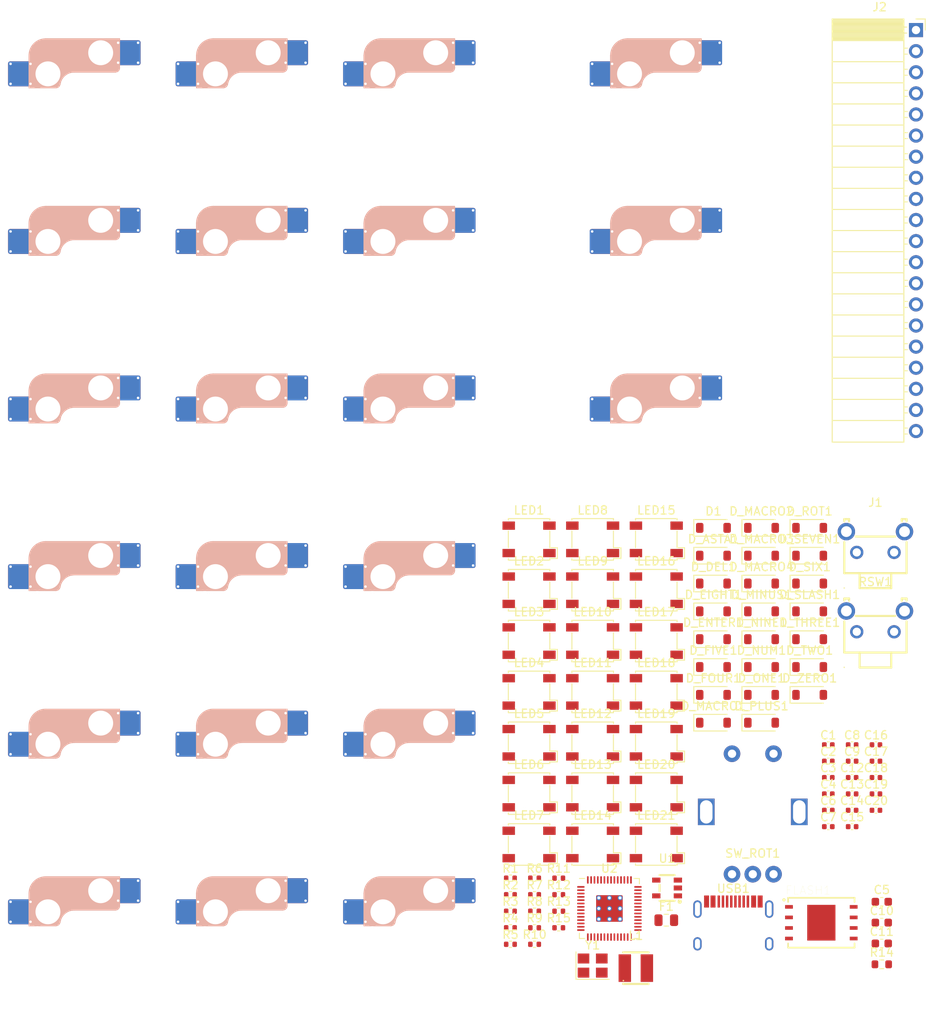
<source format=kicad_pcb>
(kicad_pcb (version 20221018) (generator pcbnew)
  (title_block (title "Picoletta") (date "2024-02-06") (rev "rev0 proto") (company "zeriyoshi"))
  (layers (0 "F.Cu" signal) (31 "B.Cu" signal) (34 "B.Paste" user) (35 "F.Paste" user) (36 "B.SilkS" user "B.Silkscreen") (37 "F.SilkS" user "F.Silkscreen") (38 "B.Mask" user) (39 "F.Mask" user) (44 "Edge.Cuts" user))
  (net 0 "")
  (net 1 "GND")
  (net 2 "Net-(USB1-SHIELD)")
  (net 3 "XIN")
  (net 4 "Net-(C3-Pad2)")
  (net 5 "+3V3")
  (net 6 "Net-(U1-VIN)")
  (net 7 "+1V1")
  (net 8 "Net-(U1-VFB{slash}VOUT)")
  (net 9 "VSYS")
  (net 10 "VBUS")
  (net 11 "Net-(D_ASTA1-K)")
  (net 12 "Net-(D_ASTA1-A)")
  (net 13 "Net-(D_DEL1-K)")
  (net 14 "Net-(D_DEL1-A)")
  (net 15 "Net-(D_EIGHT1-K)")
  (net 16 "Net-(D_EIGHT1-A)")
  (net 17 "Net-(D_ENTER1-K)")
  (net 18 "Net-(D_ENTER1-A)")
  (net 19 "Net-(D_FIVE1-K)")
  (net 20 "Net-(D_FIVE1-A)")
  (net 21 "ROW3")
  (net 22 "ROW0")
  (net 23 "Net-(D_MACRO1-A)")
  (net 24 "Net-(D_MACRO2-A)")
  (net 25 "Net-(D_MACRO3-A)")
  (net 26 "Net-(D_MACRO4-A)")
  (net 27 "Net-(D_MINUS1-A)")
  (net 28 "Net-(D_NINE1-A)")
  (net 29 "ROW1")
  (net 30 "Net-(D_NUM1-A)")
  (net 31 "ROW4")
  (net 32 "Net-(D_ONE1-A)")
  (net 33 "Net-(D_PLUS1-A)")
  (net 34 "Net-(D_ROT1-A)")
  (net 35 "ROW2")
  (net 36 "Net-(D_SIX1-A)")
  (net 37 "Net-(D_THREE1-K)")
  (net 38 "ROW5")
  (net 39 "/QSPI_SD1")
  (net 40 "/QSPI_SD2")
  (net 41 "/QSPI_SS")
  (net 42 "/QSPI_SD3")
  (net 43 "/QSPI_SCLK")
  (net 44 "/QSPI_SD0")
  (net 45 "/~{USB_BOOT}")
  (net 48 "/GPIO12")
  (net 49 "/GPIO13")
  (net 50 "/GPIO14")
  (net 51 "/GPIO15")
  (net 52 "/GPIO16")
  (net 53 "/GPIO17")
  (net 54 "/GPIO18")
  (net 55 "/GPIO19")
  (net 56 "/GPIO20")
  (net 57 "/GPIO21")
  (net 58 "/GPIO22")
  (net 59 "/GPIO23")
  (net 60 "/GPIO26_ADC0")
  (net 61 "/GPIO27_ADC1")
  (net 62 "/GPIO28_ADC2")
  (net 63 "/GPIO29_ADC3")
  (net 64 "/DOUT")
  (net 65 "/SWD")
  (net 66 "/SWCLK")
  (net 67 "Net-(U1-SW)")
  (net 68 "Net-(LED1-DOUT)")
  (net 69 "/DIN")
  (net 70 "Net-(LED2-DOUT)")
  (net 71 "Net-(LED3-DOUT)")
  (net 72 "Net-(LED4-DOUT)")
  (net 73 "Net-(LED5-DOUT)")
  (net 74 "Net-(LED6-DOUT)")
  (net 75 "Net-(LED7-DOUT)")
  (net 76 "Net-(LED8-DOUT)")
  (net 77 "Net-(LED10-DIN)")
  (net 78 "Net-(LED10-DOUT)")
  (net 79 "Net-(LED11-DOUT)")
  (net 80 "Net-(LED12-DOUT)")
  (net 81 "Net-(LED13-DOUT)")
  (net 82 "Net-(LED14-DOUT)")
  (net 83 "Net-(LED15-DOUT)")
  (net 84 "Net-(LED16-DOUT)")
  (net 85 "Net-(LED17-DOUT)")
  (net 86 "Net-(LED18-DOUT)")
  (net 87 "Net-(LED19-DOUT)")
  (net 88 "Net-(LED20-DOUT)")
  (net 89 "Net-(USB1-CC1)")
  (net 90 "Net-(USB1-CC2)")
  (net 91 "/GPIO24")
  (net 92 "XOUT")
  (net 93 "3V3_EN")
  (net 94 "USB_D+")
  (net 95 "/D+")
  (net 96 "USB_D-")
  (net 97 "/D-")
  (net 98 "+3.3V")
  (net 99 "/ADC_VREF")
  (net 100 "/RUN")
  (net 103 "COL2")
  (net 104 "COL1")
  (net 105 "COL3")
  (net 106 "COL0")
  (net 107 "ROT0")
  (net 108 "ROT1")
  (footprint "BrownSugar pretty:CherryMX_Hotswap_via_1U" (layer "F.Cu") (at 24.495 65.885)
    (fp_text reference "SW_EIGHT1")
    (fp_text value "SW_PUSH")
  )
  (footprint "Resistor_SMD:R_0402_1005Metric" (layer "F.Cu") (at 79.285 125.775)
    (fp_text reference "R9")
    (fp_text value "100K 0402")
  )
  (footprint "Resistor_SMD:R_0402_1005Metric" (layer "F.Cu") (at 82.195 125.775)
    (fp_text reference "R15")
    (fp_text value "1 0402")
  )
  (footprint "JLC2KiCadLib:IND-SMD_L3.0-W3.0" (layer "F.Cu") (at 91.477915 130.632004)
    (fp_text reference "L1")
    (fp_text value "SWPA3015S2R2NT")
  )
  (footprint "BrownSugar pretty:RGBLED_WS2812B" (layer "F.Cu") (at 78.62 85.15)
    (fp_text reference "LED2")
    (fp_text value "RGBLED_WS2812B")
  )
  (footprint "BrownSugar pretty:CherryMX_Hotswap_via_1U" (layer "F.Cu") (at 44.665 45.715)
    (fp_text reference "SW_MACRO3")
    (fp_text value "SW_PUSH")
  )
  (footprint "JLC2KiCadLib:SOT-23-5_L3.0-W1.7-P0.95-LS2.8-BR" (layer "F.Cu") (at 95.240102 120.986962)
    (fp_text reference "U1")
    (fp_text value "TD6810")
  )
  (footprint "Capacitor_SMD:C_0402_1005Metric" (layer "F.Cu") (at 117.525 113.605)
    (fp_text reference "C15")
    (fp_text value "100nf 0402")
  )
  (footprint "Capacitor_SMD:C_0402_1005Metric" (layer "F.Cu") (at 117.525 111.635)
    (fp_text reference "C14")
    (fp_text value "100nf 0402")
  )
  (footprint "Diode_SMD:D_SOD-123" (layer "F.Cu") (at 112.41 97.745)
    (fp_text reference "D_ZERO1")
    (fp_text value "1N4148W")
  )
  (footprint "BrownSugar pretty:RGBLED_WS2812B" (layer "F.Cu") (at 78.62 109.63)
    (fp_text reference "LED6")
    (fp_text value "RGBLED_WS2812B")
  )
  (footprint "Diode_SMD:D_SOD-123" (layer "F.Cu") (at 112.41 87.695)
    (fp_text reference "D_SLASH1")
    (fp_text value "1N4148W")
  )
  (footprint "BrownSugar pretty:RGBLED_WS2812B" (layer "F.Cu") (at 93.94 103.51)
    (fp_text reference "LED19")
    (fp_text value "RGBLED_WS2812B")
  )
  (footprint "Diode_SMD:D_SOD-123" (layer "F.Cu") (at 100.82 97.745)
    (fp_text reference "D_FOUR1")
    (fp_text value "1N4148W")
  )
  (footprint "BrownSugar pretty:CherryMX_Hotswap_via_1U" (layer "F.Cu") (at 24.495 86.055)
    (fp_text reference "SW_FIVE1")
    (fp_text value "SW_PUSH")
  )
  (footprint "Resistor_SMD:R_0402_1005Metric" (layer "F.Cu") (at 82.195 119.805)
    (fp_text reference "R11")
    (fp_text value "150K")
  )
  (footprint "Diode_SMD:D_SOD-123" (layer "F.Cu") (at 100.82 87.695)
    (fp_text reference "D_EIGHT1")
    (fp_text value "1N4148W")
  )
  (footprint "Capacitor_SMD:C_0402_1005Metric" (layer "F.Cu") (at 120.395 109.665)
    (fp_text reference "C19")
    (fp_text value "100nf 0402")
  )
  (footprint "Resistor_SMD:R_0402_1005Metric" (layer "F.Cu") (at 79.285 123.785)
    (fp_text reference "R8")
    (fp_text value "1K 0402")
  )
  (footprint "Diode_SMD:D_SOD-123" (layer "F.Cu") (at 112.41 91.045)
    (fp_text reference "D_THREE1")
    (fp_text value "1N4148W")
  )
  (footprint "Resistor_SMD:R_0402_1005Metric" (layer "F.Cu") (at 76.375 123.785)
    (fp_text reference "R3")
    (fp_text value "220 0402")
  )
  (footprint "Capacitor_SMD:C_0402_1005Metric" (layer "F.Cu") (at 114.655 107.695)
    (fp_text reference "C3")
    (fp_text value "22pf 0402")
  )
  (footprint "BrownSugar pretty:CherryMX_Hotswap_via_1U" (layer "F.Cu") (at 24.495 106.225)
    (fp_text reference "SW_FOUR1")
    (fp_text value "SW_PUSH")
  )
  (footprint "Crystal:Crystal_SMD_3225-4Pin_3.2x2.5mm" (layer "F.Cu") (at 86.275 130.325)
    (fp_text reference "Y1")
    (fp_text value "3225_4P")
  )
  (footprint "BrownSugar pretty:RGBLED_WS2812B" (layer "F.Cu") (at 86.28 79.03)
    (fp_text reference "LED8")
    (fp_text value "RGBLED_WS2812B")
  )
  (footprint "BrownSugar pretty:RotaryEncoder_EC11-Switch" (layer "F.Cu") (at 105.56 111.83)
    (fp_text reference "SW_ROT1")
    (fp_text value "RotaryEncoder_Switch")
  )
  (footprint "Diode_SMD:D_SOD-123" (layer "F.Cu") (at 106.615 77.645)
    (fp_text reference "D_MACRO2")
    (fp_text value "1N4148W")
  )
  (footprint "Capacitor_SMD:C_0402_1005Metric" (layer "F.Cu") (at 114.655 103.755)
    (fp_text reference "C1")
    (fp_text value "0.1uf 0402")
  )
  (footprint "Capacitor_SMD:C_0402_1005Metric" (layer "F.Cu") (at 114.655 109.665)
    (fp_text reference "C4")
    (fp_text value "100nf 0402")
  )
  (footprint "BrownSugar pretty:CherryMX_Hotswap_via_1U" (layer "F.Cu") (at 44.665 25.545)
    (fp_text reference "SW_MACRO2")
    (fp_text value "SW_PUSH")
  )
  (footprint "Capacitor_SMD:C_0402_1005Metric" (layer "F.Cu") (at 120.395 111.635)
    (fp_text reference "C20")
    (fp_text value "100nf 0402")
  )
  (footprint "Capacitor_SMD:C_0603_1608Metric" (layer "F.Cu") (at 121.095 125.155)
    (fp_text reference "C10")
    (fp_text value "10uf 0402")
  )
  (footprint "BrownSugar pretty:CherryMX_Hotswap_via_2U" (layer "F.Cu") (at 94.53 25.545)
    (fp_text reference "SW_ENTER1")
    (fp_text value "SW_PUSH")
  )
  (footprint "Resistor_SMD:R_0402_1005Metric" (layer "F.Cu") (at 79.285 119.805)
    (fp_text reference "R6")
    (fp_text value "10K 0402")
  )
  (footprint "BrownSugar pretty:CherryMX_Hotswap_via_2U" (layer "F.Cu") (at 94.53 65.885)
    (fp_text reference "SW_ZERO1")
    (fp_text value "SW_PUSH")
  )
  (footprint "BrownSugar pretty:CherryMX_Hotswap_via_1U" (layer "F.Cu") (at 64.835 65.885)
    (fp_text reference "SW_SIX1")
    (fp_text value "SW_PUSH")
  )
  (footprint "Connector_PinSocket_2.54mm:PinSocket_1x20_P2.54mm_Horizontal" (layer "F.Cu") (at 125.215 17.735)
    (fp_text reference "J2")
    (fp_text value "Conn_01x20_Socket")
  )
  (footprint "Resistor_SMD:R_0402_1005Metric" (layer "F.Cu") (at 79.285 121.795)
    (fp_text reference "R7")
    (fp_text value "10K 0402")
  )
  (footprint "BrownSugar pretty:RGBLED_WS2812B" (layer "F.Cu") (at 78.62 91.27)
    (fp_text reference "LED3")
    (fp_text value "RGBLED_WS2812B")
  )
  (footprint "Diode_SMD:D_SOD-123" (layer "F.Cu") (at 100.82 80.995)
    (fp_text reference "D_ASTA1")
    (fp_text value "1N4148W")
  )
  (footprint "Diode_SMD:D_SOD-123" (layer "F.Cu") (at 106.615 101.095)
    (fp_text reference "D_PLUS1")
    (fp_text value "1N4148W")
  )
  (footprint "Capacitor_SMD:C_0402_1005Metric" (layer "F.Cu") (at 114.655 113.605)
    (fp_text reference "C7")
    (fp_text value "100nf 0402")
  )
  (footprint "BrownSugar pretty:CherryMX_Hotswap_via_2U" (layer "F.Cu") (at 94.53 45.715)
    (fp_text reference "SW_PLUS1")
    (fp_text value "SW_PUSH")
  )
  (footprint "BrownSugar pretty:CherryMX_Hotswap_via_1U" (layer "F.Cu") (at 64.835 86.055)
    (fp_text reference "SW_SLASH1")
    (fp_text value "SW_PUSH")
  )
  (footprint "Resistor_SMD:R_0402_1005Metric" (layer "F.Cu") (at 76.375 121.795)
    (fp_text reference "R2")
    (fp_text value "5.1K 0402")
  )
  (footprint "Capacitor_SMD:C_0603_1608Metric" (layer "F.Cu") (at 121.095 122.645)
    (fp_text reference "C5")
    (fp_text value "10uf 0603")
  )
  (footprint "BrownSugar pretty:RGBLED_WS2812B" (layer "F.Cu") (at 93.94 115.75)
    (fp_text reference "LED21")
    (fp_text value "RGBLED_WS2812B")
  )
  (footprint "Capacitor_SMD:C_0402_1005Metric" (layer "F.Cu") (at 114.655 111.635)
    (fp_text reference "C6")
    (fp_text value "100nf 0402")
  )
  (footprint "BrownSugar pretty:RGBLED_WS2812B" (layer "F.Cu") (at 78.62 97.39)
    (fp_text reference "LED4")
    (fp_text value "RGBLED_WS2812B")
  )
  (footprint "BrownSugar pretty:CherryMX_Hotswap_via_1U" (layer "F.Cu") (at 24.495 25.545)
    (fp_text reference "SW_ASTA1")
    (fp_text value "SW_PUSH")
  )
  (footprint "BrownSugar pretty:RGBLED_WS2812B" (layer "F.Cu") (at 86.28 103.51)
    (fp_text reference "LED12")
    (fp_text value "RGBLED_WS2812B")
  )
  (footprint "Diode_SMD:D_SOD-123" (layer "F.Cu") (at 106.615 84.345)
    (fp_text reference "D_MACRO4")
    (fp_text value "1N4148W")
  )
  (footprint "Diode_SMD:D_SOD-123" (layer "F.Cu") (at 100.82 94.395)
    (fp_text reference "D_FIVE1")
    (fp_text value "1N4148W")
  )
  (footprint "Capacitor_SMD:C_0402_1005Metric" (layer "F.Cu") (at 120.395 107.695)
    (fp_text reference "C18")
    (fp_text value "100nf 0402")
  )
  (footprint "BrownSugar pretty:RGBLED_WS2812B" (layer "F.Cu") (at 78.62 79.03)
    (fp_text reference "LED1")
    (fp_text value "RGBLED_WS2812B")
  )
  (footprint "BrownSugar pretty:RGBLED_WS2812B" (layer "F.Cu") (at 78.62 103.51)
    (fp_text reference "LED5")
    (fp_text value "RGBLED_WS2812B")
  )
  (footprint "BrownSugar pretty:CherryMX_Hotswap_via_1U" (layer "F.Cu") (at 44.665 65.885)
    (fp_text reference "SW_MACRO4")
    (fp_text value "SW_PUSH")
  )
  (footprint "Diode_SMD:D_SOD-123" (layer "F.Cu") (at 100.82 84.345)
    (fp_text reference "D_DEL1")
    (fp_text value "1N4148W")
  )
  (footprint "Capacitor_SMD:C_0402_1005Metric" (layer "F.Cu") (at 117.525 103.755)
    (fp_text reference "C8")
    (fp_text value "1uf 0402")
  )
  (footprint "Diode_SMD:D_SOD-123" (layer "F.Cu") (at 100.82 101.095)
    (fp_text reference "D_MACRO1")
    (fp_text value "1N4148W")
  )
  (footprint "Diode_SMD:D_SOD-123" (layer "F.Cu") (at 112.41 77.645)
    (fp_text reference "D_ROT1")
    (fp_text value "1N4148W")
  )
  (footprint "Capacitor_SMD:C_0402_1005Metric" (layer "F.Cu") (at 120.395 105.725)
    (fp_text reference "C17")
    (fp_text value "100nf 0402")
  )
  (footprint "BrownSugar pretty:CherryMX_Hotswap_via_1U" (layer "F.Cu") (at 64.835 106.225)
    (fp_text reference "SW_THREE1")
    (fp_text value "SW_PUSH")
  )
  (footprint "Capacitor_SMD:C_0402_1005Metric" (layer "F.Cu") (at 117.525 109.665)
    (fp_text reference "C13")
    (fp_text value "100nf 0402")
  )
  (footprint "BrownSugar pretty:RGBLED_WS2812B" (layer "F.Cu") (at 93.94 85.15)
    (fp_text reference "LED16")
    (fp_text value "RGBLED_WS2812B")
  )
  (footprint "Diode_SMD:D_SOD-123" (layer "F.Cu") (at 100.82 77.645)
    (fp_text reference "D1")
    (fp_text value "1N4002W")
  )
  (footprint "BrownSugar pretty:CherryMX_Hotswap_via_1U" (layer "F.Cu") (at 44.665 86.055)
    (fp_text reference "SW_MINUS1")
    (fp_text value "SW_PUSH")
  )
  (footprint "BrownSugar pretty:CherryMX_Hotswap_via_1U" (layer "F.Cu") (at 64.835 25.545)
    (fp_text reference "SW_ONE1")
    (fp_text value "SW_PUSH")
  )
  (footprint "Capacitor_SMD:C_0402_1005Metric" (layer "F.Cu") (at 117.525 107.695)
    (fp_text reference "C12")
    (fp_text value "1uf 0402")
  )
  (footprint "Resistor_SMD:R_0603_1608Metric" (layer "F.Cu") (at 121.095 130.175)
    (fp_text reference "R14")
    (fp_text value "200 0603")
  )
  (footprint "BrownSugar pretty:RGBLED_WS2812B" (layer "F.Cu") (at 86.28 97.39)
    (fp_text reference "LED11")
    (fp_text value "RGBLED_WS2812B")
  )
  (footprint "Resistor_SMD:R_0402_1005Metric" (layer "F.Cu") (at 82.195 123.785)
    (fp_text reference "R13")
    (fp_text value "27r 0402 resistor")
  )
  (footprint "BrownSugar pretty:CherryMX_Hotswap_via_1U" (layer "F.Cu") (at 24.495 126.395)
    (fp_text reference "SW_MACRO1")
    (fp_text value "SW_PUSH")
  )
  (footprint "Resistor_SMD:R_0402_1005Metric" (layer "F.Cu") (at 76.375 119.805)
    (fp_text reference "R1")
    (fp_text value "5.1K 0402")
  )
  (footprint "Diode_SMD:D_SOD-123" (layer "F.Cu") (at 100.82 91.045)
    (fp_text reference "D_ENTER1")
    (fp_text value "1N4148W")
  )
  (footprint "Diode_SMD:D_SOD-123" (layer "F.Cu") (at 106.615 94.395)
    (fp_text reference "D_NUM1")
    (fp_text value "1N4148W")
  )
  (footprint "BrownSugar pretty:RGBLED_WS2812B" (layer "F.Cu") (at 93.94 79.03)
    (fp_text reference "LED15")
    (fp_text value "RGBLED_WS2812B")
  )
  (footprint "BrownSugar pretty:RGBLED_WS2812B" (layer "F.Cu") (at 78.62 115.75)
    (fp_text reference "LED7")
    (fp_text value "RGBLED_WS2812B")
  )
  (footprint "BrownSugar pretty:CherryMX_Hotswap_via_1U" (layer "F.Cu") (at 64.835 126.395)
    (fp_text reference "SW_TWO1")
    (fp_text value "SW_PUSH")
  )
  (footprint "JLC2KiCadLib:SW-TH_KH-6X6X4.3H-ZJ" (layer "F.Cu") (at 120.33 79.34714)
    (fp_text reference "J1")
    (fp_text value "1-1825027-7")
  )
  (footprint "Resistor_SMD:R_0402_1005Metric" (layer "F.Cu") (at 76.375 127.765)
    (fp_text reference "R5")
    (fp_text value "5.6K 0402")
  )
  (footprint "Capacitor_SMD:C_0603_1608Metric" (layer "F.Cu") (at 121.095 127.665)
    (fp_text reference "C11")
    (fp_text value "10uf 0603")
  )
  (footprint "BrownSugar pretty:CherryMX_Hotswap_via_1U" (layer "F.Cu") (at 44.665 126.395)
    (fp_text reference "SW_NUM1")
    (fp_text value "SW_PUSH")
  )
  (footprint "Capacitor_SMD:C_0402_1005Metric" (layer "F.Cu") (at 117.525 105.725)
    (fp_text reference "C9")
    (fp_text value "22pF ")
  )
  (footprint "Diode_SMD:D_SOD-123" (layer "F.Cu") (at 112.41 80.995)
    (fp_text reference "D_SEVEN1")
    (fp_text value "1N4148W")
  )
  (footprint "JLC2KiCadLib:SW-TH_KH-6X6X4.3H-ZJ" (layer "F.Cu") (at 120.33 88.901166)
    (fp_text reference "RSW1")
    (fp_text value "1-1825027-7")
  )
  (footprint "BrownSugar pretty:RGBLED_WS2812B" (layer "F.Cu") (at 86.28 91.27)
    (fp_text reference "LED10")
    (fp_text value "RGBLED_WS2812B")
  )
  (footprint "Diode_SMD:D_SOD-123" (layer "F.Cu") (at 106.615 97.745)
    (fp_text reference "D_ONE1")
    (fp_text value "1N4148W")
  )
  (footprint "BrownSugar pretty:RGBLED_WS2812B" (layer "F.Cu") (at 93.94 91.27)
    (fp_text reference "LED17")
    (fp_text value "RGBLED_WS2812B")
  )
  (footprint "Diode_SMD:D_SOD-123" (layer "F.Cu") (at 106.615 80.995)
    (fp_text reference "D_MACRO3")
    (fp_text value "1N4148W")
  )
  (footprint "BrownSugar pretty:RGBLED_WS2812B" (layer "F.Cu") (at 86.28 115.75)
    (fp_text reference "LED14")
    (fp_text value "RGBLED_WS2812B")
  )
  (footprint "PB_W25Q256JVEIQ_TR:SON127P800X600X80-9N" (layer "F.Cu") (at 113.815 125.165)
    (fp_text reference "FLASH1")
    (fp_text value "W25Q16JVUXIQ")
  )
  (footprint "Capacitor_SMD:C_0402_1005Metric" (layer "F.Cu") (at 120.395 103.755)
    (fp_text reference "C16")
    (fp_text value "100nf 0402")
  )
  (footprint "BrownSugar pretty:CherryMX_Hotswap_via_1U" (layer "F.Cu") (at 44.665 106.225)
    (fp_text reference "SW_NINE1")
    (fp_text value "SW_PUSH")
  )
  (footprint "BrownSugar pretty:CherryMX_Hotswap_via_1U" (layer "F.Cu") (at 64.835 45.715)
    (fp_text reference "SW_SEVEN1")
    (fp_text value "SW_PUSH")
  )
  (footprint "Resistor_SMD:R_0402_1005Metric" (layer "F.Cu") (at 76.375 125.775)
    (fp_text reference "R4")
    (fp_text value "1K 0402")
  )
  (footprint "BrownSugar pretty:RGBLED_WS2812B" (layer "F.Cu") (at 93.94 97.39)
    (fp_text reference "LED18")
    (fp_text value "RGBLED_WS2812B")
  )
  (footprint "Diode_SMD:D_SOD-123" (layer "F.Cu") (at 106.615 91.045)
    (fp_text reference "D_NINE1")
    (fp_text value "1N4148W")
  )
  (footprint "BrownSugar pretty:RGBLED_WS2812B" (layer "F.Cu") (at 86.28 109.63)
    (fp_text reference "LED13")
    (fp_text value "RGBLED_WS2812B")
  )
  (footprint "PB_RP2040_minimal:RP2040-QFN-56" (layer "F.Cu") (at 88.295 123.455)
    (fp_text reference "U2")
    (fp_text value "RP2040")
  )
  (footprint "Resistor_SMD:R_0402_1005Metric" (layer "F.Cu") (at 79.285 127.765)
    (fp_text reference "R10")
    (fp_text value "680K")
  )
  (footprint "BrownSugar pretty:RGBLED_WS2812B" (layer "F.Cu") (at 93.94 109.63)
    (fp_text reference "LED20")
    (fp_text value "RGBLED_WS2812B")
  )
  (footprint "BrownSugar pretty:RGBLED_WS2812B" (layer "F.Cu") (at 86.28 85.15)
    (fp_text reference "LED9")
    (fp_text value "RGBLED_WS2812B")
  )
  (footprint "Diode_SMD:D_SOD-123" (layer "F.Cu") (at 112.41 94.395)
    (fp_text reference "D_TWO1")
    (fp_text value "1N4148W")
  )
  (footprint "Capacitor_SMD:C_0402_1005Metric" (layer "F.Cu") (at 114.655 105.725)
    (fp_text reference "C2")
    (fp_text value "22pf 0402")
  )
  (footprint "PB_HRO-TYPE-C31-M-12:HRO-TYPE-C-31-M-12" (layer "F.Cu") (at 103.22 130.31)
    (fp_text reference "USB1")
    (fp_text value "TYPE-C-31-M-12")
  )
  (footprint "Diode_SMD:D_SOD-123" (layer "F.Cu") (at 106.615 87.695)
    (fp_text reference "D_MINUS1")
    (fp_text value "1N4148W")
  )
  (footprint "BrownSugar pretty:CherryMX_Hotswap_via_1U" (layer "F.Cu") (at 24.495 45.715)
    (fp_text reference "SW_DEL1")
    (fp_text value "SW_PUSH")
  )
  (footprint "Fuse:Fuse_0805_2012Metric" (layer "F.Cu") (at 95.145 124.865)
    (fp_text reference "F1")
    (fp_text value "0805L050WR")
  )
  (footprint "Resistor_SMD:R_0402_1005Metric" (layer "F.Cu") (at 82.195 121.795)
    (fp_text reference "R12")
    (fp_text value "27r 0402 resistor")
  )
  (footprint "Diode_SMD:D_SOD-123" (layer "F.Cu") (at 112.41 84.345)
    (fp_text reference "D_SIX1")
    (fp_text value "1N4148W")
  )
)
</source>
